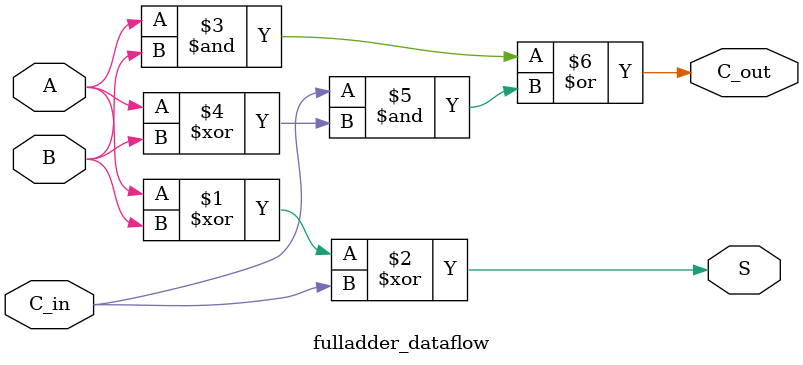
<source format=v>
module fulladder_dataflow (S, C_out, A, B, C_in);
   input A, B, C_in;
   output S, C_out;
 
   assign S = A ^ B ^ C_in; // XOR for sum
   assign C_out = (A & B) | (C_in & (A ^ B )); // Carry logic
  endmodule
</source>
